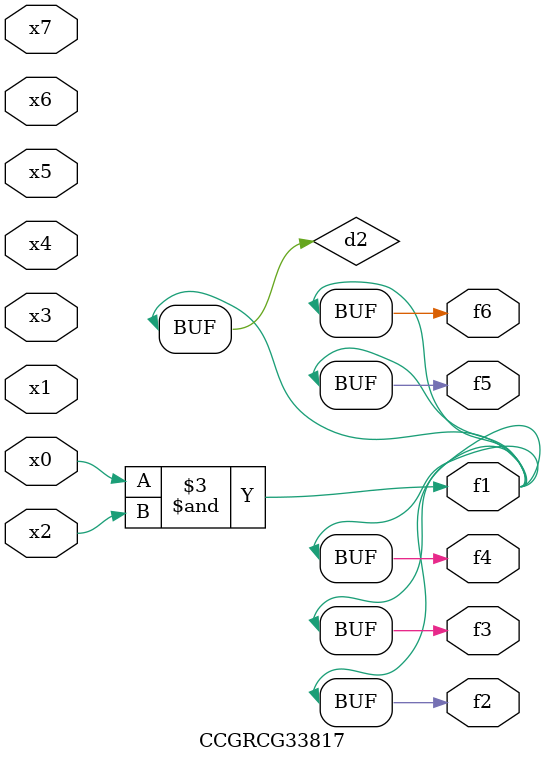
<source format=v>
module CCGRCG33817(
	input x0, x1, x2, x3, x4, x5, x6, x7,
	output f1, f2, f3, f4, f5, f6
);

	wire d1, d2;

	nor (d1, x3, x6);
	and (d2, x0, x2);
	assign f1 = d2;
	assign f2 = d2;
	assign f3 = d2;
	assign f4 = d2;
	assign f5 = d2;
	assign f6 = d2;
endmodule

</source>
